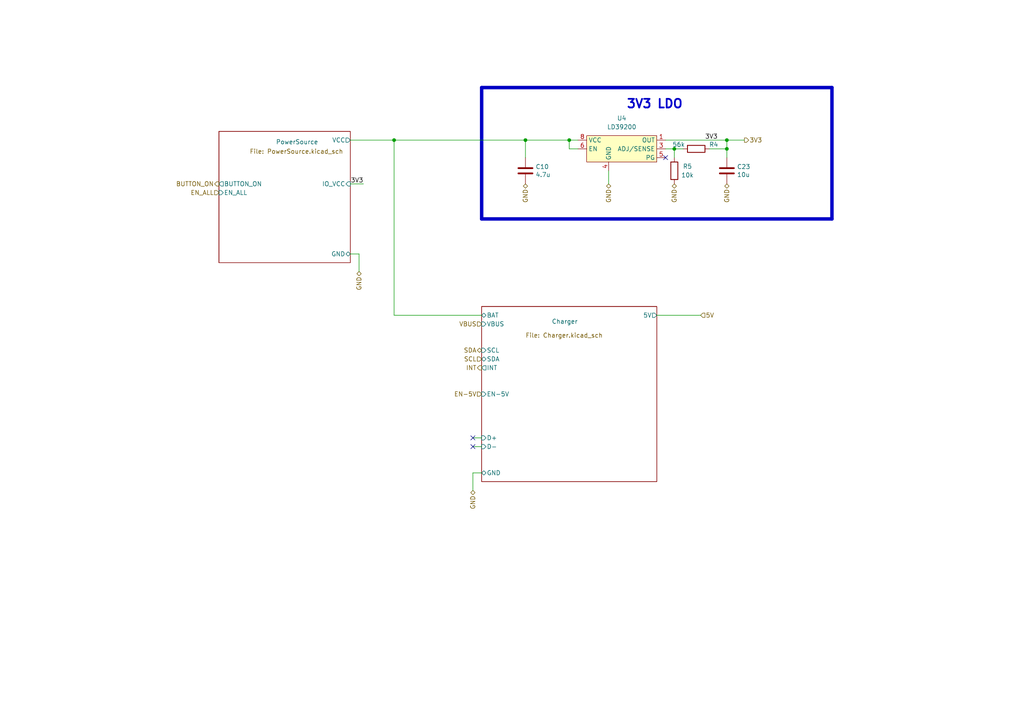
<source format=kicad_sch>
(kicad_sch (version 20230121) (generator eeschema)
  (paper "A4")
  (lib_symbols
    (symbol "Device:C" (pin_numbers hide) (pin_names (offset 0.254))
      (property "Reference" "C" (at 0.635 2.54 0))
      (property "Value" "C" (at 0.635 -2.54 0))
      (symbol "C_0_1"
        (polyline (pts (xy -2.032 -0.762) (xy 2.032 -0.762)) (stroke (width 0.508)))
        (polyline (pts (xy -2.032 0.762) (xy 2.032 0.762)) (stroke (width 0.508)))
      )
      (symbol "C_1_1"
        (pin passive line (at 0 3.81 270) (length 2.794) (name "~") (number "1"))
        (pin passive line (at 0 -3.81 90) (length 2.794) (name "~") (number "2"))
      )
    )
    (symbol "Device:R" (pin_numbers hide) (pin_names (offset 0))
      (property "Reference" "R" (at 2.032 0 90))
      (property "Value" "R" (at 0 0 90))
      (symbol "R_0_1"
        (rectangle (start -1.016 -2.54) (end 1.016 2.54) (stroke (width 0.254)))
      )
      (symbol "R_1_1"
        (pin passive line (at 0 3.81 270) (length 1.27) (name "~") (number "1"))
        (pin passive line (at 0 -3.81 90) (length 1.27) (name "~") (number "2"))
      )
    )
    (symbol "RKL-LDO:LD39200"
      (property "Reference" "U" (at 0 5.08 0))
      (property "Value" "LD39200" (at 0 3.175 0))
      (symbol "LD39200_0_1"
        (rectangle (start -10.16 1.27) (end 10.16 -6.35) (fill (type background)))
      )
      (symbol "LD39200_1_1"
        (pin power_out line (at 12.7 0 180) (length 2.54) (name "OUT") (number "1"))
        (pin power_out line (at 12.7 0 180) (length 2.54) hide (name "OUT") (number "2"))
        (pin input line (at 12.7 -2.54 180) (length 2.54) (name "ADJ/SENSE") (number "3"))
        (pin power_in line (at -3.81 -8.89 90) (length 2.54) (name "GND") (number "4"))
        (pin output line (at 12.7 -5.08 180) (length 2.54) (name "PG") (number "5"))
        (pin input line (at -12.7 -2.54 0) (length 2.54) (name "EN") (number "6"))
        (pin power_in line (at -12.7 0 0) (length 2.54) hide (name "VCC") (number "7"))
        (pin power_in line (at -12.7 0 0) (length 2.54) (name "VCC") (number "8"))
        (pin power_in line (at -3.81 -8.89 90) (length 2.54) hide (name "GND") (number "9"))
      )
    )
  )
  (junction (at 210.82 43.18))
  (junction (at 114.3 40.64))
  (junction (at 152.4 40.64))
  (junction (at 195.58 43.18))
  (junction (at 210.82 40.64))
  (junction (at 165.1 40.64))
  (no_connect (at 137.16 129.54))
  (no_connect (at 193.04 45.72))
  (no_connect (at 137.16 127))
  (wire (pts (xy 210.82 43.18) (xy 210.82 40.64)))
  (polyline (pts (xy 241.3 25.4) (xy 139.7 25.4)) (stroke (width 1)))
  (wire (pts (xy 190.5 91.44) (xy 203.2 91.44)))
  (wire (pts (xy 101.6 40.64) (xy 114.3 40.64)))
  (wire (pts (xy 165.1 43.18) (xy 165.1 40.64)))
  (wire (pts (xy 139.7 91.44) (xy 114.3 91.44)))
  (wire (pts (xy 137.16 137.16) (xy 139.7 137.16)))
  (polyline (pts (xy 139.7 63.5) (xy 241.3 63.5)) (stroke (width 1)))
  (wire (pts (xy 210.82 45.72) (xy 210.82 43.18)))
  (wire (pts (xy 193.04 40.64) (xy 210.82 40.64)))
  (wire (pts (xy 195.58 43.18) (xy 198.12 43.18)))
  (wire (pts (xy 195.58 43.18) (xy 195.58 45.72)))
  (polyline (pts (xy 241.3 63.5) (xy 241.3 25.4)) (stroke (width 1)))
  (wire (pts (xy 137.16 127) (xy 139.7 127)))
  (wire (pts (xy 152.4 45.72) (xy 152.4 40.64)))
  (polyline (pts (xy 139.7 25.4) (xy 139.7 63.5)) (stroke (width 1)))
  (wire (pts (xy 165.1 40.64) (xy 167.64 40.64)))
  (wire (pts (xy 114.3 40.64) (xy 114.3 91.44)))
  (wire (pts (xy 114.3 40.64) (xy 152.4 40.64)))
  (wire (pts (xy 152.4 40.64) (xy 165.1 40.64)))
  (wire (pts (xy 176.53 49.53) (xy 176.53 53.34)))
  (wire (pts (xy 104.14 78.74) (xy 104.14 73.66)))
  (wire (pts (xy 137.16 142.24) (xy 137.16 137.16)))
  (wire (pts (xy 193.04 43.18) (xy 195.58 43.18)))
  (wire (pts (xy 165.1 43.18) (xy 167.64 43.18)))
  (wire (pts (xy 210.82 40.64) (xy 215.9 40.64)))
  (wire (pts (xy 104.14 73.66) (xy 101.6 73.66)))
  (wire (pts (xy 205.74 43.18) (xy 210.82 43.18)))
  (wire (pts (xy 137.16 129.54) (xy 139.7 129.54)))
  (wire (pts (xy 101.6 53.34) (xy 105.41 53.34)))
  (text "3V3 LDO" (at 181.61 31.75 0) (effects (font (size 2.5 2.5) bold) (justify left bottom)))
  (label "3V3" (at 105.41 53.34 180))
  (label "3V3" (at 204.47 40.64 0))
  (hierarchical_label "GND" (shape bidirectional) (at 195.58 53.34 270))
  (hierarchical_label "3V3" (shape output) (at 215.9 40.64 0))
  (hierarchical_label "VBUS" (shape input) (at 139.7 93.98 180))
  (hierarchical_label "GND" (shape bidirectional) (at 104.14 78.74 270))
  (hierarchical_label "INT" (shape output) (at 139.7 106.68 180))
  (hierarchical_label "EN-5V" (shape input) (at 139.7 114.3 180))
  (hierarchical_label "5V" (shape input) (at 203.2 91.44 0))
  (hierarchical_label "GND" (shape bidirectional) (at 137.16 142.24 270))
  (hierarchical_label "GND" (shape bidirectional) (at 210.82 53.34 270))
  (hierarchical_label "EN_ALL" (shape input) (at 63.5 55.88 180))
  (hierarchical_label "BUTTON_ON" (shape output) (at 63.5 53.34 180))
  (hierarchical_label "GND" (shape bidirectional) (at 152.4 53.34 270))
  (hierarchical_label "SCL" (shape input) (at 139.7 104.14 180))
  (hierarchical_label "GND" (shape bidirectional) (at 176.53 53.34 270))
  (hierarchical_label "SDA" (shape bidirectional) (at 139.7 101.6 180))
  (symbol (lib_id "Device:C") (at 210.82 49.53 0) (unit 1)
    (property "Reference" "C23" (at 213.741 48.3616 0) (effects (justify left)))
    (property "Value" "10u" (at 213.741 50.673 0) (effects (justify left)))
    (property "Footprint" "Capacitor_SMD:C_0402_1005Metric" (effects hide))
    (property "LCSC" "C315248" (effects hide))
    (property "Basic/Extended" "E" (effects hide))
    (property "info" "10V, X5R" (effects hide))
    (instances (project "Watch" (path "" (reference "C23") (unit 1))) (project "ZakladniElektronika" (path "" (reference "C155") (unit 1))) (project "RB3203" (path "" (reference "U?") (unit 1))))
  )
  (symbol (lib_id "Device:C") (at 152.4 49.53 0) (unit 1)
    (property "Reference" "C10" (at 155.321 48.3616 0) (effects (justify left)))
    (property "Value" "4.7u" (at 155.321 50.673 0) (effects (justify left)))
    (property "Footprint" "Capacitor_SMD:C_0402_1005Metric" (effects hide))
    (property "LCSC" "C23733" (effects hide))
    (property "Basic/Extended" "B" (effects hide))
    (property "info" "16V, X5R" (effects hide))
    (instances (project "Watch" (path "" (reference "C10") (unit 1))) (project "ZakladniElektronika" (path "" (reference "C150") (unit 1))) (project "RB3203" (path "" (reference "U?") (unit 1))))
  )
  (symbol (lib_id "Device:R") (at 201.93 43.18 90) (unit 1)
    (property "Reference" "R4" (at 207.01 41.91 90))
    (property "Value" "56k" (at 196.85 41.91 90))
    (property "Footprint" "Resistor_SMD:R_0402_1005Metric" (effects hide))
    (property "LCSC" "C25796" (effects hide))
    (instances (project "Watch" (path "" (reference "R4") (unit 1))) (project "SemiSemafor" (path "" (reference "R11") (unit 1))))
  )
  (symbol (lib_id "Device:R") (at 195.58 49.53 180) (unit 1)
    (property "Reference" "R5" (at 199.39 48.26 0))
    (property "Value" "10k" (at 199.39 50.8 0))
    (property "Footprint" "Resistor_SMD:R_0201_0603Metric" (effects hide))
    (property "LCSC" "C106225" (effects hide))
    (property "Basic/Extended" "E" (effects hide))
    (instances (project "Watch" (path "" (reference "R5") (unit 1))) (project "SemiSemafor" (path "" (reference "R10") (unit 1))))
  )
  (symbol (lib_id "RKL-LDO:LD39200") (at 180.34 40.64 0) (unit 1)
    (property "Reference" "U4" (at 180.34 34.29 0))
    (property "Value" "LD39200" (at 180.34 36.83 0))
    (property "Footprint" "Package_DFN_QFN:DFN-8-1EP_4x4mm_P0.8mm_EP2.3x3.24mm" (effects hide))
    (property "Datasheet" "https://datasheet.lcsc.com/lcsc/2010270935_STMicroelectronics-LD39200DPUR_C880590.pdf" (effects hide))
    (property "LCSC" "C880590" (effects hide))
    (property "Basic/Extended" "E" (effects hide))
    (property "JLCPCB_CORRECTION" "0;0;-90" (effects hide))
    (instances (project "Watch" (path "" (reference "U4") (unit 1))) (project "ZakladniElektronika" (path "" (reference "U12") (unit 1))))
  )
  (sheet (at 139.7 88.9) (size 50.8 50.8) (stroke (width 0.1524))
    (property "Sheetname" "Charger" (at 160.02 93.98 0) (effects (justify left bottom)))
    (property "Sheetfile" "Charger.kicad_sch" (at 152.4 96.52 0) (effects (justify left top)))
    (pin "BAT" bidirectional (at 139.7 91.44 180))
    (pin "VBUS" input (at 139.7 93.98 180))
    (pin "GND" bidirectional (at 139.7 137.16 180))
    (pin "5V" output (at 190.5 91.44 0))
    (pin "D-" input (at 139.7 129.54 180))
    (pin "D+" input (at 139.7 127 180))
    (pin "SCL" input (at 139.7 101.6 180))
    (pin "INT" output (at 139.7 106.68 180))
    (pin "SDA" bidirectional (at 139.7 104.14 180))
    (pin "EN-5V" input (at 139.7 114.3 180))
  )
  (sheet (at 63.5 38.1) (size 38.1 38.1) (stroke (width 0.1524))
    (property "Sheetname" "PowerSource" (at 80.01 41.91 0) (effects (justify left bottom)))
    (property "Sheetfile" "PowerSource.kicad_sch" (at 72.39 43.18 0) (effects (justify left top)))
    (pin "VCC" output (at 101.6 40.64 0))
    (pin "IO_VCC" input (at 101.6 53.34 0))
    (pin "GND" bidirectional (at 101.6 73.66 0))
    (pin "BUTTON_ON" output (at 63.5 53.34 180))
    (pin "EN_ALL" input (at 63.5 55.88 180))
  )
)
</source>
